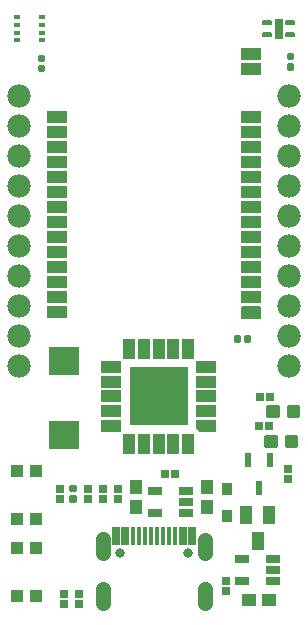
<source format=gbr>
G04 EAGLE Gerber RS-274X export*
G75*
%MOMM*%
%FSLAX34Y34*%
%LPD*%
%INSoldermask Top*%
%IPPOS*%
%AMOC8*
5,1,8,0,0,1.08239X$1,22.5*%
G01*
%ADD10R,1.301600X0.651600*%
%ADD11R,1.101600X1.201600*%
%ADD12R,1.101600X1.001600*%
%ADD13R,0.701600X0.641600*%
%ADD14C,1.981200*%
%ADD15R,0.901600X1.101600*%
%ADD16R,1.101600X1.501600*%
%ADD17R,0.641600X0.701600*%
%ADD18C,0.396575*%
%ADD19R,0.584200X1.219200*%
%ADD20R,1.201600X1.101600*%
%ADD21R,1.000000X1.700000*%
%ADD22R,1.700000X1.000000*%
%ADD23R,5.000000X5.000000*%
%ADD24R,0.601600X0.451600*%
%ADD25R,2.505200X2.469600*%
%ADD26C,0.189672*%
%ADD27R,0.801600X1.701600*%
%ADD28C,0.372125*%
%ADD29R,1.701600X1.041600*%
%ADD30C,0.135406*%
%ADD31R,0.701600X1.551600*%
%ADD32R,0.401600X1.551600*%
%ADD33C,1.259600*%
%ADD34C,0.801600*%

G36*
X180627Y152867D02*
X180627Y152867D01*
X180622Y152874D01*
X180629Y152880D01*
X180629Y162880D01*
X180593Y162927D01*
X180586Y162922D01*
X180580Y162929D01*
X163580Y162929D01*
X163533Y162893D01*
X163534Y162892D01*
X163533Y162891D01*
X163537Y162885D01*
X163531Y162880D01*
X163531Y155680D01*
X163547Y155659D01*
X163545Y155645D01*
X166345Y152845D01*
X166372Y152842D01*
X166380Y152831D01*
X180580Y152831D01*
X180627Y152867D01*
G37*
D10*
X155471Y83760D03*
X155471Y93260D03*
X155471Y102760D03*
X129469Y102760D03*
X129469Y83760D03*
D11*
X173030Y89210D03*
X173030Y106210D03*
D12*
X28182Y79016D03*
X12182Y79016D03*
X12182Y120016D03*
X28182Y120016D03*
D13*
X241790Y121540D03*
X241790Y112900D03*
D14*
X13970Y436880D03*
X13970Y411480D03*
X13970Y386080D03*
X13970Y360680D03*
X13970Y335280D03*
X13970Y309880D03*
X13970Y284480D03*
X13970Y259080D03*
X13970Y233680D03*
X13970Y208280D03*
D15*
X189845Y104810D03*
X189845Y81810D03*
D16*
X215880Y60360D03*
X206380Y82360D03*
X225380Y82360D03*
D10*
X228781Y26300D03*
X228781Y35800D03*
X228781Y45300D03*
X202779Y45300D03*
X202779Y26300D03*
D13*
X189110Y18190D03*
X189110Y26830D03*
D17*
X217230Y157900D03*
X225870Y157900D03*
D18*
X240765Y148395D02*
X240765Y141345D01*
X240765Y148395D02*
X247815Y148395D01*
X247815Y141345D01*
X240765Y141345D01*
X240765Y145113D02*
X247815Y145113D01*
X223225Y148395D02*
X223225Y141345D01*
X223225Y148395D02*
X230275Y148395D01*
X230275Y141345D01*
X223225Y141345D01*
X223225Y145113D02*
X230275Y145113D01*
D19*
X226690Y129108D03*
X207690Y129108D03*
X217190Y105232D03*
D13*
X72294Y104190D03*
X72294Y95550D03*
D17*
X146177Y117150D03*
X137537Y117150D03*
D14*
X242570Y436880D03*
X242570Y411480D03*
X242570Y386080D03*
X242570Y360680D03*
X242570Y335280D03*
X242570Y309880D03*
X242570Y284480D03*
X242570Y259080D03*
X242570Y233680D03*
X242570Y208280D03*
D11*
X113031Y106453D03*
X113031Y89453D03*
D20*
X225843Y10083D03*
X208843Y10083D03*
D12*
X28320Y13790D03*
X12320Y13790D03*
X12320Y54790D03*
X28320Y54790D03*
D13*
X85090Y104650D03*
X85090Y96010D03*
X97790Y104650D03*
X97790Y96010D03*
D21*
X132080Y222880D03*
D22*
X172080Y182880D03*
X92080Y182880D03*
D21*
X132080Y142880D03*
D22*
X172080Y195380D03*
X92080Y195380D03*
X172080Y207880D03*
X92080Y207880D03*
X172080Y170380D03*
X92080Y170380D03*
X92080Y157880D03*
D21*
X144580Y222880D03*
X144580Y142880D03*
X157080Y222880D03*
X157080Y142880D03*
X119580Y222880D03*
X119580Y142880D03*
X107080Y222880D03*
X107080Y142880D03*
D23*
X132080Y182880D03*
D24*
X33110Y497280D03*
X33110Y490780D03*
X33110Y484280D03*
X33110Y503780D03*
X12610Y490780D03*
X12610Y497280D03*
X12610Y503780D03*
X12610Y484280D03*
D25*
X52070Y212822D03*
X52070Y150398D03*
D13*
X64770Y7110D03*
X64770Y15750D03*
X52070Y7110D03*
X52070Y15750D03*
D26*
X240070Y490340D02*
X246690Y490340D01*
X246690Y487720D01*
X240070Y487720D01*
X240070Y490340D01*
X240070Y489522D02*
X246690Y489522D01*
X246690Y500340D02*
X240070Y500340D01*
X246690Y500340D02*
X246690Y497720D01*
X240070Y497720D01*
X240070Y500340D01*
X240070Y499522D02*
X246690Y499522D01*
X227290Y500340D02*
X220670Y500340D01*
X227290Y500340D02*
X227290Y497720D01*
X220670Y497720D01*
X220670Y500340D01*
X220670Y499522D02*
X227290Y499522D01*
X227290Y490340D02*
X220670Y490340D01*
X227290Y490340D02*
X227290Y487720D01*
X220670Y487720D01*
X220670Y490340D01*
X220670Y489522D02*
X227290Y489522D01*
D27*
X233680Y494030D03*
D28*
X200228Y229492D02*
X197532Y229492D01*
X197532Y232788D01*
X200228Y232788D01*
X200228Y229492D01*
X206172Y229492D02*
X208868Y229492D01*
X206172Y229492D02*
X206172Y232788D01*
X208868Y232788D01*
X208868Y229492D01*
X31372Y467792D02*
X31372Y470488D01*
X34668Y470488D01*
X34668Y467792D01*
X31372Y467792D01*
X31372Y461848D02*
X31372Y459152D01*
X31372Y461848D02*
X34668Y461848D01*
X34668Y459152D01*
X31372Y459152D01*
X245488Y460422D02*
X245488Y463118D01*
X245488Y460422D02*
X242192Y460422D01*
X242192Y463118D01*
X245488Y463118D01*
X245488Y469062D02*
X245488Y471758D01*
X245488Y469062D02*
X242192Y469062D01*
X242192Y471758D01*
X245488Y471758D01*
D18*
X242611Y173983D02*
X242611Y166933D01*
X242611Y173983D02*
X249661Y173983D01*
X249661Y166933D01*
X242611Y166933D01*
X242611Y170701D02*
X249661Y170701D01*
X225071Y173983D02*
X225071Y166933D01*
X225071Y173983D02*
X232121Y173983D01*
X232121Y166933D01*
X225071Y166933D01*
X225071Y170701D02*
X232121Y170701D01*
D17*
X218114Y182602D03*
X226754Y182602D03*
D29*
X46260Y254030D03*
X46260Y266730D03*
X46260Y279430D03*
X46260Y292130D03*
X46260Y304830D03*
X46260Y317530D03*
X46260Y330230D03*
X46260Y342930D03*
X46260Y355630D03*
X46260Y368330D03*
X46260Y381030D03*
X46260Y393730D03*
X46260Y406430D03*
D30*
X202619Y249499D02*
X218281Y249499D01*
X202619Y249499D02*
X202619Y258561D01*
X218281Y258561D01*
X218281Y249499D01*
X218281Y250785D02*
X202619Y250785D01*
X202619Y252071D02*
X218281Y252071D01*
X218281Y253357D02*
X202619Y253357D01*
X202619Y254643D02*
X218281Y254643D01*
X218281Y255929D02*
X202619Y255929D01*
X202619Y257215D02*
X218281Y257215D01*
X218281Y258501D02*
X202619Y258501D01*
D29*
X210450Y266730D03*
X210450Y279430D03*
X210450Y292130D03*
X210450Y304830D03*
X210450Y317530D03*
X210450Y330230D03*
X210450Y342930D03*
X210450Y355630D03*
X210450Y368330D03*
X210450Y381030D03*
X210450Y393730D03*
X210450Y406430D03*
X210450Y460030D03*
X210450Y472730D03*
X46260Y419130D03*
X210450Y419130D03*
D31*
X95770Y64920D03*
X103770Y64920D03*
D32*
X125770Y64920D03*
X120770Y64920D03*
X115770Y64920D03*
X110770Y64920D03*
X130770Y64920D03*
X135770Y64920D03*
X140770Y64920D03*
X145770Y64920D03*
D31*
X152770Y64920D03*
X160770Y64920D03*
D33*
X85070Y19760D02*
X85070Y8180D01*
X171470Y8180D02*
X171470Y19760D01*
D34*
X99370Y50470D03*
X157170Y50470D03*
D33*
X85117Y50086D02*
X85117Y61666D01*
X171446Y61564D02*
X171446Y49984D01*
X85139Y49997D02*
X85139Y61577D01*
X171451Y61633D02*
X171451Y50053D01*
D13*
X48260Y96010D03*
X48260Y104650D03*
D28*
X61338Y97358D02*
X61338Y94662D01*
X58042Y94662D01*
X58042Y97358D01*
X61338Y97358D01*
X61338Y103302D02*
X61338Y105998D01*
X61338Y103302D02*
X58042Y103302D01*
X58042Y105998D01*
X61338Y105998D01*
M02*

</source>
